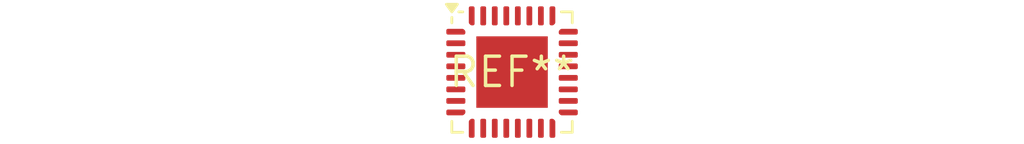
<source format=kicad_pcb>
(kicad_pcb (version 20240108) (generator pcbnew)
  (layers (0 "F.Cu" signal) (31 "B.Cu" signal) (34 "B.Paste" user) (35 "F.Paste" user) (36 "B.SilkS" user "B.Silkscreen") (37 "F.SilkS" user "F.Silkscreen") (38 "B.Mask" user) (39 "F.Mask" user) (44 "Edge.Cuts" user))
  (net 0 "")
  (footprint "TQFN-32-1EP_5x5mm_P0.5mm_EP3.1x3.1mm" (layer "F.Cu") (at 0 0)
    (property "Reference" "REF**")
    (property "Value" "TQFN-32-1EP_5x5mm_P0.5mm_EP3.1x3.1mm")
    (fp_line (start -2.61 -2.135) (end -2.61 -2.37) (layer "F.SilkS") (stroke (width 0.12)))
    (fp_line (start -2.61 2.61) (end -2.61 2.135) (layer "F.SilkS") (stroke (width 0.12)))
    (fp_line (start -2.135 -2.61) (end -2.31 -2.61) (layer "F.SilkS") (stroke (width 0.12)))
    (fp_line (start -2.135 2.61) (end -2.61 2.61) (layer "F.SilkS") (stroke (width 0.12)))
    (fp_line (start 2.135 -2.61) (end 2.61 -2.61) (layer "F.SilkS") (stroke (width 0.12)))
    (fp_line (start 2.135 2.61) (end 2.61 2.61) (layer "F.SilkS") (stroke (width 0.12)))
    (fp_line (start 2.61 -2.61) (end 2.61 -2.135) (layer "F.SilkS") (stroke (width 0.12)))
    (fp_line (start 2.61 2.61) (end 2.61 2.135) (layer "F.SilkS") (stroke (width 0.12)))
    (fp_poly (pts (xy -2.61 -2.61) (xy -2.85 -2.94) (xy -2.37 -2.94) (xy -2.61 -2.61)) (layer "F.SilkS") (stroke (width 0.12)) (fill solid))
    (pad "1" smd custom (at -2.4375 -1.75) (size 0.18636 0.18636) (layers "F.Cu" "F.Paste" "F.Mask") (options (clearance outline) (anchor circle)) (primitives (gr_poly (pts (xy -0.35 -0.0625) (xy 0.296612 -0.0625) (xy 0.35 -0.009112) (xy 0.35 0.0625) (xy -0.35 0.0625)) (width 0.125) (fill yes))))
    (pad "2" smd roundrect (at -2.4375 -1.25) (size 0.825 0.25) (layers "F.Cu" "F.Paste" "F.Mask"))
    (pad "3" smd roundrect (at -2.4375 -0.75) (size 0.825 0.25) (layers "F.Cu" "F.Paste" "F.Mask"))
    (pad "4" smd roundrect (at -2.4375 -0.25) (size 0.825 0.25) (layers "F.Cu" "F.Paste" "F.Mask"))
    (pad "5" smd roundrect (at -2.4375 0.25) (size 0.825 0.25) (layers "F.Cu" "F.Paste" "F.Mask"))
    (pad "6" smd roundrect (at -2.4375 0.75) (size 0.825 0.25) (layers "F.Cu" "F.Paste" "F.Mask"))
    (pad "7" smd roundrect (at -2.4375 1.25) (size 0.825 0.25) (layers "F.Cu" "F.Paste" "F.Mask"))
    (pad "8" smd custom (at -2.4375 1.75) (size 0.18636 0.18636) (layers "F.Cu" "F.Paste" "F.Mask") (options (clearance outline) (anchor circle)) (primitives (gr_poly (pts (xy -0.35 -0.0625) (xy 0.35 -0.0625) (xy 0.35 0.009112) (xy 0.296612 0.0625) (xy -0.35 0.0625)) (width 0.125) (fill yes))))
    (pad "9" smd custom (at -1.75 2.4375) (size 0.18636 0.18636) (layers "F.Cu" "F.Paste" "F.Mask") (options (clearance outline) (anchor circle)) (primitives (gr_poly (pts (xy -0.0625 -0.296612) (xy -0.009112 -0.35) (xy 0.0625 -0.35) (xy 0.0625 0.35) (xy -0.0625 0.35)) (width 0.125) (fill yes))))
    (pad "10" smd roundrect (at -1.25 2.4375) (size 0.25 0.825) (layers "F.Cu" "F.Paste" "F.Mask"))
    (pad "11" smd roundrect (at -0.75 2.4375) (size 0.25 0.825) (layers "F.Cu" "F.Paste" "F.Mask"))
    (pad "12" smd roundrect (at -0.25 2.4375) (size 0.25 0.825) (layers "F.Cu" "F.Paste" "F.Mask"))
    (pad "13" smd roundrect (at 0.25 2.4375) (size 0.25 0.825) (layers "F.Cu" "F.Paste" "F.Mask"))
    (pad "14" smd roundrect (at 0.75 2.4375) (size 0.25 0.825) (layers "F.Cu" "F.Paste" "F.Mask"))
    (pad "15" smd roundrect (at 1.25 2.4375) (size 0.25 0.825) (layers "F.Cu" "F.Paste" "F.Mask"))
    (pad "16" smd custom (at 1.75 2.4375) (size 0.18636 0.18636) (layers "F.Cu" "F.Paste" "F.Mask") (options (clearance outline) (anchor circle)) (primitives (gr_poly (pts (xy -0.0625 -0.35) (xy 0.009112 -0.35) (xy 0.0625 -0.296612) (xy 0.0625 0.35) (xy -0.0625 0.35)) (width 0.125) (fill yes))))
    (pad "17" smd custom (at 2.4375 1.75) (size 0.18636 0.18636) (layers "F.Cu" "F.Paste" "F.Mask") (options (clearance outline) (anchor circle)) (primitives (gr_poly (pts (xy -0.35 -0.0625) (xy 0.35 -0.0625) (xy 0.35 0.0625) (xy -0.296612 0.0625) (xy -0.35 0.009112)) (width 0.125) (fill yes))))
    (pad "18" smd roundrect (at 2.4375 1.25) (size 0.825 0.25) (layers "F.Cu" "F.Paste" "F.Mask"))
    (pad "19" smd roundrect (at 2.4375 0.75) (size 0.825 0.25) (layers "F.Cu" "F.Paste" "F.Mask"))
    (pad "20" smd roundrect (at 2.4375 0.25) (size 0.825 0.25) (layers "F.Cu" "F.Paste" "F.Mask"))
    (pad "21" smd roundrect (at 2.4375 -0.25) (size 0.825 0.25) (layers "F.Cu" "F.Paste" "F.Mask"))
    (pad "22" smd roundrect (at 2.4375 -0.75) (size 0.825 0.25) (layers "F.Cu" "F.Paste" "F.Mask"))
    (pad "23" smd roundrect (at 2.4375 -1.25) (size 0.825 0.25) (layers "F.Cu" "F.Paste" "F.Mask"))
    (pad "24" smd custom (at 2.4375 -1.75) (size 0.18636 0.18636) (layers "F.Cu" "F.Paste" "F.Mask") (options (clearance outline) (anchor circle)) (primitives (gr_poly (pts (xy -0.35 -0.009112) (xy -0.296612 -0.0625) (xy 0.35 -0.0625) (xy 0.35 0.0625) (xy -0.35 0.0625)) (width 0.125) (fill yes))))
    (pad "25" smd custom (at 1.75 -2.4375) (size 0.18636 0.18636) (layers "F.Cu" "F.Paste" "F.Mask") (options (clearance outline) (anchor circle)) (primitives (gr_poly (pts (xy -0.0625 -0.35) (xy 0.0625 -0.35) (xy 0.0625 0.296612) (xy 0.009112 0.35) (xy -0.0625 0.35)) (width 0.125) (fill yes))))
    (pad "26" smd roundrect (at 1.25 -2.4375) (size 0.25 0.825) (layers "F.Cu" "F.Paste" "F.Mask"))
    (pad "27" smd roundrect (at 0.75 -2.4375) (size 0.25 0.825) (layers "F.Cu" "F.Paste" "F.Mask"))
    (pad "28" smd roundrect (at 0.25 -2.4375) (size 0.25 0.825) (layers "F.Cu" "F.Paste" "F.Mask"))
    (pad "29" smd roundrect (at -0.25 -2.4375) (size 0.25 0.825) (layers "F.Cu" "F.Paste" "F.Mask"))
    (pad "30" smd roundrect (at -0.75 -2.4375) (size 0.25 0.825) (layers "F.Cu" "F.Paste" "F.Mask"))
    (pad "31" smd roundrect (at -1.25 -2.4375) (size 0.25 0.825) (layers "F.Cu" "F.Paste" "F.Mask"))
    (pad "32" smd custom (at -1.75 -2.4375) (size 0.18636 0.18636) (layers "F.Cu" "F.Paste" "F.Mask") (options (clearance outline) (anchor circle)) (primitives (gr_poly (pts (xy -0.0625 -0.35) (xy 0.0625 -0.35) (xy 0.0625 0.35) (xy -0.009112 0.35) (xy -0.0625 0.296612)) (width 0.125) (fill yes))))
    (pad "33" smd rect (at 0 0) (size 3.1 3.1) (property pad_prop_heatsink) (layers "F.Cu" "F.Mask"))
  )
)
</source>
